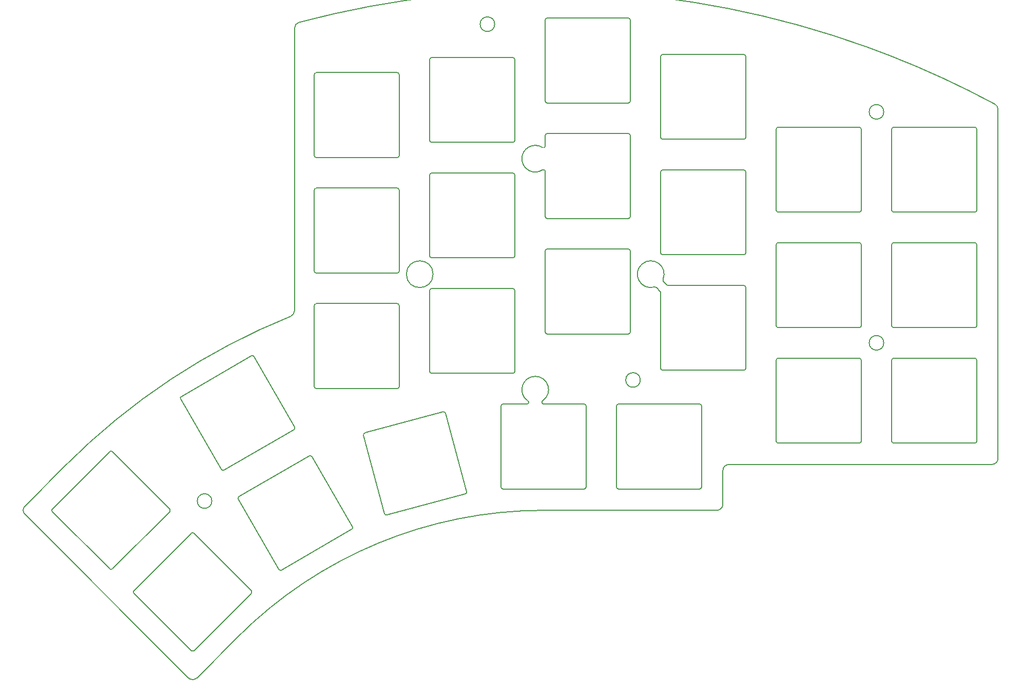
<source format=gbr>
%TF.GenerationSoftware,KiCad,Pcbnew,7.0.1*%
%TF.CreationDate,2023-04-13T17:31:44+02:00*%
%TF.ProjectId,kicad,6b696361-642e-46b6-9963-61645f706362,rev?*%
%TF.SameCoordinates,Original*%
%TF.FileFunction,Profile,NP*%
%FSLAX46Y46*%
G04 Gerber Fmt 4.6, Leading zero omitted, Abs format (unit mm)*
G04 Created by KiCad (PCBNEW 7.0.1) date 2023-04-13 17:31:44*
%MOMM*%
%LPD*%
G01*
G04 APERTURE LIST*
%TA.AperFunction,Profile*%
%ADD10C,0.200000*%
%TD*%
G04 APERTURE END LIST*
D10*
X152132888Y-100769828D02*
X158814109Y-100769828D01*
X180689109Y-118294809D02*
G75*
G03*
X181689109Y-117294828I-9J1000009D01*
G01*
X128000000Y-65150000D02*
X114600000Y-65150000D01*
X128300000Y-59800000D02*
X128300000Y-46400000D01*
X208225000Y-52575010D02*
G75*
G03*
X208225000Y-52575010I-1200000J0D01*
G01*
X223550000Y-106900010D02*
X223550000Y-93500010D01*
X139206836Y-115586971D02*
G75*
G03*
X139418982Y-115219606I-77636J289771D01*
G01*
X103907386Y-131962432D02*
G75*
G03*
X103907417Y-131538199I-212086J212132D01*
G01*
X71062307Y-118067815D02*
X80537538Y-108592584D01*
X101662353Y-139192630D02*
X94927161Y-145927822D01*
X204500000Y-106900000D02*
X204500000Y-93500000D01*
X172634925Y-81200000D02*
X185150000Y-81200000D01*
X147050000Y-81700000D02*
X133650000Y-81700000D01*
X166400000Y-88900000D02*
X166400000Y-75500000D01*
X94432186Y-141437694D02*
X103907417Y-131962463D01*
X94007923Y-141437693D02*
G75*
G03*
X94432185Y-141437693I212131J212131D01*
G01*
X190800000Y-88150000D02*
X204200000Y-88150000D01*
X93512947Y-145927822D02*
G75*
G03*
X94927161Y-145927822I707107J707108D01*
G01*
X114300000Y-97900000D02*
G75*
G03*
X114600000Y-98200000I300000J0D01*
G01*
X209549990Y-68800010D02*
G75*
G03*
X209850000Y-69100010I300010J10D01*
G01*
X92349463Y-99528982D02*
G75*
G03*
X92239652Y-99938785I150037J-259818D01*
G01*
X166400000Y-37400000D02*
G75*
G03*
X166100000Y-37100000I-300000J0D01*
G01*
X152114109Y-118294839D02*
G75*
G03*
X101662353Y-139192630I-9J-71349561D01*
G01*
X92349460Y-99528977D02*
X103954200Y-92828977D01*
X114300000Y-46400000D02*
X114300000Y-59800000D01*
X152700000Y-89200000D02*
X166100000Y-89200000D01*
X125896006Y-118843076D02*
G75*
G03*
X126263444Y-119055203I289794J77676D01*
G01*
X209850000Y-107200010D02*
X223250000Y-107200010D01*
X190800000Y-107200000D02*
X204200000Y-107200000D01*
X171362132Y-82172792D02*
X170717950Y-81528610D01*
X84532660Y-131538168D02*
G75*
G03*
X84532691Y-131962463I212140J-212132D01*
G01*
X149338496Y-100769774D02*
G75*
G03*
X149506159Y-100221053I4J299974D01*
G01*
X204200000Y-69100000D02*
G75*
G03*
X204500000Y-68800000I0J300000D01*
G01*
X166100000Y-89200000D02*
G75*
G03*
X166400000Y-88900000I0J300000D01*
G01*
X114600000Y-60100000D02*
X128000000Y-60100000D01*
X166100000Y-56150000D02*
X152700000Y-56150000D01*
X185450000Y-62450000D02*
G75*
G03*
X185150000Y-62150000I-300000J0D01*
G01*
X66572133Y-117572794D02*
G75*
G03*
X66572180Y-118987052I707167J-707106D01*
G01*
X223250000Y-93200010D02*
X209850000Y-93200010D01*
X97392746Y-116766247D02*
G75*
G03*
X97392746Y-116766247I-1200000J0D01*
G01*
X209092340Y-43234793D02*
G75*
G03*
X205572738Y-41913338I-56979240J-146412307D01*
G01*
X128000000Y-98200000D02*
G75*
G03*
X128300000Y-97900000I0J300000D01*
G01*
X113889008Y-109436569D02*
X120589008Y-121041309D01*
X204200000Y-74150000D02*
X190800000Y-74150000D01*
X145114072Y-114469828D02*
G75*
G03*
X145414109Y-114769828I300028J28D01*
G01*
X171450024Y-82384924D02*
G75*
G03*
X171362132Y-82172792I-300124J-76D01*
G01*
X152400000Y-69850000D02*
X152400000Y-62391617D01*
X103907417Y-131538199D02*
X94432186Y-122062968D01*
X147050000Y-43600000D02*
X133650000Y-43600000D01*
X133350000Y-62950000D02*
X133350000Y-76350000D01*
X120479200Y-121451117D02*
X108874460Y-128151117D01*
X147350000Y-62950000D02*
G75*
G03*
X147050000Y-62650000I-300000J0D01*
G01*
X114600000Y-46100000D02*
G75*
G03*
X114300000Y-46400000I0J-300000D01*
G01*
X185150000Y-95200000D02*
G75*
G03*
X185450000Y-94900000I0J300000D01*
G01*
X223549990Y-55400010D02*
G75*
G03*
X223250000Y-55100010I-299990J10D01*
G01*
X185450000Y-81500000D02*
G75*
G03*
X185150000Y-81200000I-300000J0D01*
G01*
X190500000Y-106900000D02*
G75*
G03*
X190800000Y-107200000I300000J0D01*
G01*
X98939652Y-111543525D02*
X92239652Y-99938785D01*
X166400000Y-69850000D02*
X166400000Y-56450000D01*
X185150000Y-62150000D02*
X171750000Y-62150000D01*
X135583384Y-102064067D02*
X122639978Y-105532243D01*
X151965225Y-100221053D02*
G75*
G03*
X149506159Y-100221053I-1229533J1824349D01*
G01*
X223250000Y-69100000D02*
G75*
G03*
X223550000Y-68800010I0J300000D01*
G01*
X147350000Y-57300000D02*
X147350000Y-43900000D01*
X152700000Y-70150000D02*
X166100000Y-70150000D01*
X147350000Y-76350000D02*
X147350000Y-62950000D01*
X133350000Y-57300000D02*
G75*
G03*
X133650000Y-57600000I300000J0D01*
G01*
X152399985Y-62391617D02*
G75*
G03*
X151936283Y-62140228I-299985J17D01*
G01*
X223250000Y-74150010D02*
X209850000Y-74150010D01*
X147350000Y-43900000D02*
G75*
G03*
X147050000Y-43600000I-300000J0D01*
G01*
X114300000Y-59800000D02*
G75*
G03*
X114600000Y-60100000I300000J0D01*
G01*
X133350000Y-76350000D02*
G75*
G03*
X133650000Y-76650000I300000J0D01*
G01*
X164464109Y-100769828D02*
X177864109Y-100769828D01*
X164164109Y-114469828D02*
X164164109Y-101069828D01*
X114300000Y-84500000D02*
X114300000Y-97900000D01*
X223250000Y-107200000D02*
G75*
G03*
X223550000Y-106900010I0J300000D01*
G01*
X226075000Y-110725000D02*
X182689109Y-110725000D01*
X209850000Y-74150000D02*
G75*
G03*
X209550000Y-74450010I0J-300000D01*
G01*
X171866258Y-80555598D02*
X172422793Y-81112132D01*
X204200000Y-55100000D02*
X190800000Y-55100000D01*
X152400000Y-88900000D02*
G75*
G03*
X152700000Y-89200000I300000J0D01*
G01*
X133350000Y-82000000D02*
X133350000Y-95400000D01*
X114300000Y-65450000D02*
X114300000Y-78850000D01*
X166400000Y-56450000D02*
G75*
G03*
X166100000Y-56150000I-300000J0D01*
G01*
X144046591Y-38103505D02*
G75*
G03*
X144046591Y-38103505I-1200000J0D01*
G01*
X204200000Y-93200000D02*
X190800000Y-93200000D01*
X108464697Y-128041283D02*
G75*
G03*
X108874460Y-128151117I259803J149983D01*
G01*
X128300000Y-46400000D02*
G75*
G03*
X128000000Y-46100000I-300000J0D01*
G01*
X185150000Y-57100000D02*
G75*
G03*
X185450000Y-56800000I0J300000D01*
G01*
X171450000Y-82384924D02*
X171450000Y-94900000D01*
X223550000Y-87850010D02*
X223550000Y-74450010D01*
X128000000Y-79150000D02*
G75*
G03*
X128300000Y-78850000I0J300000D01*
G01*
X185450000Y-94900000D02*
X185450000Y-81500000D01*
X166100000Y-70150000D02*
G75*
G03*
X166400000Y-69850000I0J300000D01*
G01*
X147050000Y-57600000D02*
G75*
G03*
X147350000Y-57300000I0J300000D01*
G01*
X177864109Y-114769809D02*
G75*
G03*
X178164109Y-114469828I-9J300009D01*
G01*
X128300000Y-65450000D02*
G75*
G03*
X128000000Y-65150000I-300000J0D01*
G01*
X190500000Y-93500000D02*
X190500000Y-106900000D01*
X190800000Y-55100000D02*
G75*
G03*
X190500000Y-55400000I0J-300000D01*
G01*
X152400000Y-69850000D02*
G75*
G03*
X152700000Y-70150000I300000J0D01*
G01*
X152400000Y-50800000D02*
G75*
G03*
X152700000Y-51100000I300000J0D01*
G01*
X147350000Y-95400000D02*
X147350000Y-82000000D01*
X111768198Y-37807336D02*
G75*
G03*
X111025000Y-38773782I256802J-966464D01*
G01*
X152700000Y-37100000D02*
G75*
G03*
X152400000Y-37400000I0J-300000D01*
G01*
X128000000Y-84200000D02*
X114600000Y-84200000D01*
X101874460Y-116026761D02*
X113479200Y-109326761D01*
X182689109Y-110725009D02*
G75*
G03*
X181689109Y-111725000I-9J-999991D01*
G01*
X190500000Y-55400000D02*
X190500000Y-68800000D01*
X209850000Y-88150010D02*
X223250000Y-88150010D01*
X110399296Y-86296058D02*
G75*
G03*
X73307371Y-110837648I41714804J-103348342D01*
G01*
X133350000Y-95400000D02*
G75*
G03*
X133650000Y-95700000I300000J0D01*
G01*
X128000000Y-60100000D02*
G75*
G03*
X128300000Y-59800000I0J300000D01*
G01*
X185150000Y-76150000D02*
G75*
G03*
X185450000Y-75850000I0J300000D01*
G01*
X159114172Y-101069828D02*
G75*
G03*
X158814109Y-100769828I-300072J-72D01*
G01*
X178164172Y-101069828D02*
G75*
G03*
X177864109Y-100769828I-300072J-72D01*
G01*
X110399279Y-86296016D02*
G75*
G03*
X111025000Y-85368742I-374279J927316D01*
G01*
X80961802Y-127967309D02*
X90437033Y-118492079D01*
X164464109Y-100769809D02*
G75*
G03*
X164164109Y-101069828I-9J-299991D01*
G01*
X171450000Y-56800000D02*
G75*
G03*
X171750000Y-57100000I300000J0D01*
G01*
X171450000Y-75850000D02*
G75*
G03*
X171750000Y-76150000I300000J0D01*
G01*
X111025000Y-85368742D02*
X111025000Y-38773782D01*
X171750000Y-76150000D02*
X185150000Y-76150000D01*
X151965200Y-100221016D02*
G75*
G03*
X152132888Y-100769828I167700J-248784D01*
G01*
X166100000Y-75200000D02*
X152700000Y-75200000D01*
X205572736Y-41913342D02*
G75*
G03*
X111768193Y-37807320I-53458636J-147731058D01*
G01*
X122639976Y-105532235D02*
G75*
G03*
X122427846Y-105899666I77624J-289765D01*
G01*
X170717947Y-81528613D02*
G75*
G03*
X170419403Y-81453459I-212147J-212187D01*
G01*
X209550000Y-74450010D02*
X209550000Y-87850010D01*
X171450000Y-62450000D02*
X171450000Y-75850000D01*
X152700000Y-56150000D02*
G75*
G03*
X152400000Y-56450000I0J-300000D01*
G01*
X152400000Y-56450000D02*
X152400000Y-58201791D01*
X133350000Y-43900000D02*
X133350000Y-57300000D01*
X90436986Y-118492032D02*
G75*
G03*
X90437033Y-118067815I-212086J212132D01*
G01*
X180689109Y-118294828D02*
X152114109Y-118294828D01*
X164164172Y-114469828D02*
G75*
G03*
X164464109Y-114769828I299928J-72D01*
G01*
X113889018Y-109436563D02*
G75*
G03*
X113479200Y-109326761I-259818J-150037D01*
G01*
X151936279Y-58453187D02*
G75*
G03*
X152400000Y-58201791I163721J251387D01*
G01*
X204200000Y-107200000D02*
G75*
G03*
X204500000Y-106900000I0J300000D01*
G01*
X133885692Y-79346704D02*
G75*
G03*
X133885692Y-79346704I-2200000J0D01*
G01*
X209850000Y-55100000D02*
G75*
G03*
X209550000Y-55400010I0J-300000D01*
G01*
X133650000Y-81700000D02*
G75*
G03*
X133350000Y-82000000I0J-300000D01*
G01*
X152400000Y-75500000D02*
X152400000Y-88900000D01*
X208225000Y-90675010D02*
G75*
G03*
X208225000Y-90675010I-1200000J0D01*
G01*
X80537538Y-127967309D02*
X71062307Y-118492079D01*
X114600000Y-98200000D02*
X128000000Y-98200000D01*
X204500000Y-87850000D02*
X204500000Y-74450000D01*
X110954200Y-104953333D02*
X99349460Y-111653333D01*
X94007922Y-122062968D02*
X84532691Y-131538199D01*
X204500000Y-55400000D02*
G75*
G03*
X204200000Y-55100000I-300000J0D01*
G01*
X223250000Y-55100010D02*
X209850000Y-55100010D01*
X209550000Y-93500010D02*
X209550000Y-106900010D01*
X204200000Y-88150000D02*
G75*
G03*
X204500000Y-87850000I0J300000D01*
G01*
X152400000Y-37400000D02*
X152400000Y-50800000D01*
X166100000Y-51100000D02*
G75*
G03*
X166400000Y-50800000I0J300000D01*
G01*
X185150000Y-43100000D02*
X171750000Y-43100000D01*
X101874474Y-116026785D02*
G75*
G03*
X101764652Y-116436569I150026J-259815D01*
G01*
X147350000Y-82000000D02*
G75*
G03*
X147050000Y-81700000I-300000J0D01*
G01*
X226075000Y-110725000D02*
G75*
G03*
X227075000Y-109725000I0J1000000D01*
G01*
X185450000Y-75850000D02*
X185450000Y-62450000D01*
X190500000Y-74450000D02*
X190500000Y-87850000D01*
X166400000Y-75500000D02*
G75*
G03*
X166100000Y-75200000I-300000J0D01*
G01*
X135950742Y-102276217D02*
G75*
G03*
X135583384Y-102064067I-289742J-77583D01*
G01*
X114600000Y-79150000D02*
X128000000Y-79150000D01*
X133650000Y-43600000D02*
G75*
G03*
X133350000Y-43900000I0J-300000D01*
G01*
X223549990Y-74450010D02*
G75*
G03*
X223250000Y-74150010I-299990J10D01*
G01*
X93512947Y-145927822D02*
X66572179Y-118987053D01*
X171750000Y-57100000D02*
X185150000Y-57100000D01*
X172422822Y-81112103D02*
G75*
G03*
X172634925Y-81200000I212078J211903D01*
G01*
X114600000Y-65150000D02*
G75*
G03*
X114300000Y-65450000I0J-300000D01*
G01*
X209549990Y-106900010D02*
G75*
G03*
X209850000Y-107200010I300010J10D01*
G01*
X171803273Y-80223857D02*
G75*
G03*
X170419403Y-81453457I-2017573J877157D01*
G01*
X190800000Y-69100000D02*
X204200000Y-69100000D01*
X190500000Y-68800000D02*
G75*
G03*
X190800000Y-69100000I300000J0D01*
G01*
X166400000Y-50800000D02*
X166400000Y-37400000D01*
X108464652Y-128041309D02*
X101764652Y-116436569D01*
X171803221Y-80223834D02*
G75*
G03*
X171866258Y-80555598I275279J-119566D01*
G01*
X128000000Y-46100000D02*
X114600000Y-46100000D01*
X181689109Y-111725000D02*
X181689109Y-117294828D01*
X209550000Y-55400010D02*
X209550000Y-68800010D01*
X128300000Y-84500000D02*
G75*
G03*
X128000000Y-84200000I-300000J0D01*
G01*
X171750000Y-95200000D02*
X185150000Y-95200000D01*
X110954183Y-104953303D02*
G75*
G03*
X111064007Y-104543525I-149983J259803D01*
G01*
X80961802Y-108592584D02*
X90437033Y-118067815D01*
X159114109Y-114469828D02*
X159114109Y-101069828D01*
X114300000Y-78850000D02*
G75*
G03*
X114600000Y-79150000I300000J0D01*
G01*
X104364008Y-92938785D02*
X111064008Y-104543525D01*
X158814109Y-114769809D02*
G75*
G03*
X159114109Y-114469828I-9J300009D01*
G01*
X151936286Y-58453175D02*
G75*
G03*
X151936283Y-62140227I-1200586J-1843525D01*
G01*
X227075000Y-52171253D02*
X227075000Y-109725000D01*
X177864109Y-114769828D02*
X164464109Y-114769828D01*
X133650000Y-95700000D02*
X147050000Y-95700000D01*
X147050000Y-76650000D02*
G75*
G03*
X147350000Y-76350000I0J300000D01*
G01*
X166100000Y-37100000D02*
X152700000Y-37100000D01*
X120479193Y-121451106D02*
G75*
G03*
X120589007Y-121041309I-149993J259806D01*
G01*
X126263444Y-119055204D02*
X139206851Y-115587029D01*
X133650000Y-62650000D02*
G75*
G03*
X133350000Y-62950000I0J-300000D01*
G01*
X149338496Y-100769828D02*
X145414109Y-100769828D01*
X145414109Y-100769809D02*
G75*
G03*
X145114109Y-101069828I-9J-299991D01*
G01*
X171750000Y-43100000D02*
G75*
G03*
X171450000Y-43400000I0J-300000D01*
G01*
X133650000Y-57600000D02*
X147050000Y-57600000D01*
X178164109Y-101069828D02*
X178164109Y-114469828D01*
X147050000Y-95700000D02*
G75*
G03*
X147350000Y-95400000I0J300000D01*
G01*
X190500000Y-87850000D02*
G75*
G03*
X190800000Y-88150000I300000J0D01*
G01*
X209549990Y-87850010D02*
G75*
G03*
X209850000Y-88150010I300010J10D01*
G01*
X223550000Y-68800010D02*
X223550000Y-55400010D01*
X98939692Y-111543502D02*
G75*
G03*
X99349460Y-111653332I259808J150002D01*
G01*
X139418983Y-115219606D02*
X135950807Y-102276200D01*
X204500000Y-68800000D02*
X204500000Y-55400000D01*
X171450000Y-43400000D02*
X171450000Y-56800000D01*
X152700000Y-51100000D02*
X166100000Y-51100000D01*
X84532691Y-131962463D02*
X94007922Y-141437694D01*
X147050000Y-62650000D02*
X133650000Y-62650000D01*
X223250000Y-88150000D02*
G75*
G03*
X223550000Y-87850010I0J300000D01*
G01*
X171750000Y-62150000D02*
G75*
G03*
X171450000Y-62450000I0J-300000D01*
G01*
X152700000Y-75200000D02*
G75*
G03*
X152400000Y-75500000I0J-300000D01*
G01*
X122427846Y-105899666D02*
X125896021Y-118843072D01*
X227074989Y-52171253D02*
G75*
G03*
X226548787Y-51290613I-1000089J-47D01*
G01*
X204500000Y-74450000D02*
G75*
G03*
X204200000Y-74150000I-300000J0D01*
G01*
X128300000Y-97900000D02*
X128300000Y-84500000D01*
X80537539Y-127967308D02*
G75*
G03*
X80961801Y-127967308I212131J212131D01*
G01*
X114600000Y-84200000D02*
G75*
G03*
X114300000Y-84500000I0J-300000D01*
G01*
X80961801Y-108592585D02*
G75*
G03*
X80537539Y-108592585I-212131J-212131D01*
G01*
X209850000Y-93200000D02*
G75*
G03*
X209550000Y-93500010I0J-300000D01*
G01*
X104364012Y-92938782D02*
G75*
G03*
X103954200Y-92828977I-259812J-150018D01*
G01*
X168063591Y-96793503D02*
G75*
G03*
X168063591Y-96793503I-1200000J0D01*
G01*
X171450000Y-94900000D02*
G75*
G03*
X171750000Y-95200000I300000J0D01*
G01*
X71062260Y-118067768D02*
G75*
G03*
X71062307Y-118492079I212140J-212132D01*
G01*
X145414109Y-114769828D02*
X158814109Y-114769828D01*
X204500000Y-93500000D02*
G75*
G03*
X204200000Y-93200000I-300000J0D01*
G01*
X185450000Y-56800000D02*
X185450000Y-43400000D01*
X145114109Y-101069828D02*
X145114109Y-114469828D01*
X226548789Y-51290610D02*
G75*
G03*
X209092340Y-43234793I-74434189J-138352790D01*
G01*
X133650000Y-76650000D02*
X147050000Y-76650000D01*
X190800000Y-74150000D02*
G75*
G03*
X190500000Y-74450000I0J-300000D01*
G01*
X209850000Y-69100010D02*
X223250000Y-69100010D01*
X185450000Y-43400000D02*
G75*
G03*
X185150000Y-43100000I-300000J0D01*
G01*
X190800000Y-93200000D02*
G75*
G03*
X190500000Y-93500000I0J-300000D01*
G01*
X128300000Y-78850000D02*
X128300000Y-65450000D01*
X223549990Y-93500010D02*
G75*
G03*
X223250000Y-93200010I-299990J10D01*
G01*
X66572179Y-117572840D02*
X73307371Y-110837648D01*
X94432185Y-122062969D02*
G75*
G03*
X94007923Y-122062969I-212131J-212131D01*
G01*
M02*

</source>
